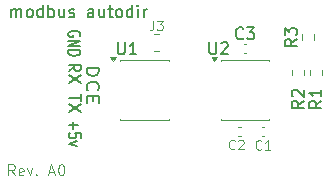
<source format=gbr>
%TF.GenerationSoftware,KiCad,Pcbnew,9.0.7*%
%TF.CreationDate,2026-01-31T03:08:44-08:00*%
%TF.ProjectId,autodir_sch,6175746f-6469-4725-9f73-63682e6b6963,A0*%
%TF.SameCoordinates,PX11a49a0PYbd83a0*%
%TF.FileFunction,Legend,Top*%
%TF.FilePolarity,Positive*%
%FSLAX46Y46*%
G04 Gerber Fmt 4.6, Leading zero omitted, Abs format (unit mm)*
G04 Created by KiCad (PCBNEW 9.0.7) date 2026-01-31 03:08:44*
%MOMM*%
%LPD*%
G01*
G04 APERTURE LIST*
%ADD10C,0.200000*%
%ADD11C,0.150000*%
%ADD12C,0.100000*%
%ADD13C,0.120000*%
G04 APERTURE END LIST*
D10*
X7603780Y-6138857D02*
X8603780Y-6138857D01*
X8603780Y-6138857D02*
X8603780Y-6424571D01*
X8603780Y-6424571D02*
X8556161Y-6596000D01*
X8556161Y-6596000D02*
X8460923Y-6710285D01*
X8460923Y-6710285D02*
X8365685Y-6767428D01*
X8365685Y-6767428D02*
X8175209Y-6824571D01*
X8175209Y-6824571D02*
X8032352Y-6824571D01*
X8032352Y-6824571D02*
X7841876Y-6767428D01*
X7841876Y-6767428D02*
X7746638Y-6710285D01*
X7746638Y-6710285D02*
X7651400Y-6596000D01*
X7651400Y-6596000D02*
X7603780Y-6424571D01*
X7603780Y-6424571D02*
X7603780Y-6138857D01*
X7699019Y-8024571D02*
X7651400Y-7967428D01*
X7651400Y-7967428D02*
X7603780Y-7796000D01*
X7603780Y-7796000D02*
X7603780Y-7681714D01*
X7603780Y-7681714D02*
X7651400Y-7510285D01*
X7651400Y-7510285D02*
X7746638Y-7396000D01*
X7746638Y-7396000D02*
X7841876Y-7338857D01*
X7841876Y-7338857D02*
X8032352Y-7281714D01*
X8032352Y-7281714D02*
X8175209Y-7281714D01*
X8175209Y-7281714D02*
X8365685Y-7338857D01*
X8365685Y-7338857D02*
X8460923Y-7396000D01*
X8460923Y-7396000D02*
X8556161Y-7510285D01*
X8556161Y-7510285D02*
X8603780Y-7681714D01*
X8603780Y-7681714D02*
X8603780Y-7796000D01*
X8603780Y-7796000D02*
X8556161Y-7967428D01*
X8556161Y-7967428D02*
X8508542Y-8024571D01*
X8127590Y-8538857D02*
X8127590Y-8938857D01*
X7603780Y-9110285D02*
X7603780Y-8538857D01*
X7603780Y-8538857D02*
X8603780Y-8538857D01*
X8603780Y-8538857D02*
X8603780Y-9110285D01*
D11*
X7077180Y-8358095D02*
X7077180Y-8929523D01*
X6077180Y-8643809D02*
X7077180Y-8643809D01*
X7077180Y-9167619D02*
X6077180Y-9834285D01*
X7077180Y-9834285D02*
X6077180Y-9167619D01*
X6077180Y-6413333D02*
X6553371Y-6080000D01*
X6077180Y-5841905D02*
X7077180Y-5841905D01*
X7077180Y-5841905D02*
X7077180Y-6222857D01*
X7077180Y-6222857D02*
X7029561Y-6318095D01*
X7029561Y-6318095D02*
X6981942Y-6365714D01*
X6981942Y-6365714D02*
X6886704Y-6413333D01*
X6886704Y-6413333D02*
X6743847Y-6413333D01*
X6743847Y-6413333D02*
X6648609Y-6365714D01*
X6648609Y-6365714D02*
X6600990Y-6318095D01*
X6600990Y-6318095D02*
X6553371Y-6222857D01*
X6553371Y-6222857D02*
X6553371Y-5841905D01*
X7077180Y-6746667D02*
X6077180Y-7413333D01*
X7077180Y-7413333D02*
X6077180Y-6746667D01*
X6458133Y-10669524D02*
X6458133Y-11279048D01*
X6077180Y-10974286D02*
X6839085Y-10974286D01*
X7077180Y-12040952D02*
X7077180Y-11660000D01*
X7077180Y-11660000D02*
X6600990Y-11621904D01*
X6600990Y-11621904D02*
X6648609Y-11660000D01*
X6648609Y-11660000D02*
X6696228Y-11736190D01*
X6696228Y-11736190D02*
X6696228Y-11926666D01*
X6696228Y-11926666D02*
X6648609Y-12002857D01*
X6648609Y-12002857D02*
X6600990Y-12040952D01*
X6600990Y-12040952D02*
X6505752Y-12079047D01*
X6505752Y-12079047D02*
X6267657Y-12079047D01*
X6267657Y-12079047D02*
X6172419Y-12040952D01*
X6172419Y-12040952D02*
X6124800Y-12002857D01*
X6124800Y-12002857D02*
X6077180Y-11926666D01*
X6077180Y-11926666D02*
X6077180Y-11736190D01*
X6077180Y-11736190D02*
X6124800Y-11660000D01*
X6124800Y-11660000D02*
X6172419Y-11621904D01*
X6743847Y-12345714D02*
X6077180Y-12536190D01*
X6077180Y-12536190D02*
X6743847Y-12726667D01*
X6997561Y-3430476D02*
X7045180Y-3354286D01*
X7045180Y-3354286D02*
X7045180Y-3240000D01*
X7045180Y-3240000D02*
X6997561Y-3125714D01*
X6997561Y-3125714D02*
X6902323Y-3049524D01*
X6902323Y-3049524D02*
X6807085Y-3011429D01*
X6807085Y-3011429D02*
X6616609Y-2973333D01*
X6616609Y-2973333D02*
X6473752Y-2973333D01*
X6473752Y-2973333D02*
X6283276Y-3011429D01*
X6283276Y-3011429D02*
X6188038Y-3049524D01*
X6188038Y-3049524D02*
X6092800Y-3125714D01*
X6092800Y-3125714D02*
X6045180Y-3240000D01*
X6045180Y-3240000D02*
X6045180Y-3316191D01*
X6045180Y-3316191D02*
X6092800Y-3430476D01*
X6092800Y-3430476D02*
X6140419Y-3468572D01*
X6140419Y-3468572D02*
X6473752Y-3468572D01*
X6473752Y-3468572D02*
X6473752Y-3316191D01*
X6045180Y-3811429D02*
X7045180Y-3811429D01*
X7045180Y-3811429D02*
X6045180Y-4268572D01*
X6045180Y-4268572D02*
X7045180Y-4268572D01*
X6045180Y-4649524D02*
X7045180Y-4649524D01*
X7045180Y-4649524D02*
X7045180Y-4840000D01*
X7045180Y-4840000D02*
X6997561Y-4954286D01*
X6997561Y-4954286D02*
X6902323Y-5030476D01*
X6902323Y-5030476D02*
X6807085Y-5068571D01*
X6807085Y-5068571D02*
X6616609Y-5106667D01*
X6616609Y-5106667D02*
X6473752Y-5106667D01*
X6473752Y-5106667D02*
X6283276Y-5068571D01*
X6283276Y-5068571D02*
X6188038Y-5030476D01*
X6188038Y-5030476D02*
X6092800Y-4954286D01*
X6092800Y-4954286D02*
X6045180Y-4840000D01*
X6045180Y-4840000D02*
X6045180Y-4649524D01*
D12*
X1484360Y-15202257D02*
X1184360Y-14773685D01*
X970074Y-15202257D02*
X970074Y-14302257D01*
X970074Y-14302257D02*
X1312931Y-14302257D01*
X1312931Y-14302257D02*
X1398646Y-14345114D01*
X1398646Y-14345114D02*
X1441503Y-14387971D01*
X1441503Y-14387971D02*
X1484360Y-14473685D01*
X1484360Y-14473685D02*
X1484360Y-14602257D01*
X1484360Y-14602257D02*
X1441503Y-14687971D01*
X1441503Y-14687971D02*
X1398646Y-14730828D01*
X1398646Y-14730828D02*
X1312931Y-14773685D01*
X1312931Y-14773685D02*
X970074Y-14773685D01*
X2212931Y-15159400D02*
X2127217Y-15202257D01*
X2127217Y-15202257D02*
X1955789Y-15202257D01*
X1955789Y-15202257D02*
X1870074Y-15159400D01*
X1870074Y-15159400D02*
X1827217Y-15073685D01*
X1827217Y-15073685D02*
X1827217Y-14730828D01*
X1827217Y-14730828D02*
X1870074Y-14645114D01*
X1870074Y-14645114D02*
X1955789Y-14602257D01*
X1955789Y-14602257D02*
X2127217Y-14602257D01*
X2127217Y-14602257D02*
X2212931Y-14645114D01*
X2212931Y-14645114D02*
X2255789Y-14730828D01*
X2255789Y-14730828D02*
X2255789Y-14816542D01*
X2255789Y-14816542D02*
X1827217Y-14902257D01*
X2555789Y-14602257D02*
X2770075Y-15202257D01*
X2770075Y-15202257D02*
X2984360Y-14602257D01*
X3327217Y-15116542D02*
X3370074Y-15159400D01*
X3370074Y-15159400D02*
X3327217Y-15202257D01*
X3327217Y-15202257D02*
X3284360Y-15159400D01*
X3284360Y-15159400D02*
X3327217Y-15116542D01*
X3327217Y-15116542D02*
X3327217Y-15202257D01*
X4398645Y-14945114D02*
X4827217Y-14945114D01*
X4312931Y-15202257D02*
X4612931Y-14302257D01*
X4612931Y-14302257D02*
X4912931Y-15202257D01*
X5384360Y-14302257D02*
X5470074Y-14302257D01*
X5470074Y-14302257D02*
X5555788Y-14345114D01*
X5555788Y-14345114D02*
X5598646Y-14387971D01*
X5598646Y-14387971D02*
X5641503Y-14473685D01*
X5641503Y-14473685D02*
X5684360Y-14645114D01*
X5684360Y-14645114D02*
X5684360Y-14859400D01*
X5684360Y-14859400D02*
X5641503Y-15030828D01*
X5641503Y-15030828D02*
X5598646Y-15116542D01*
X5598646Y-15116542D02*
X5555788Y-15159400D01*
X5555788Y-15159400D02*
X5470074Y-15202257D01*
X5470074Y-15202257D02*
X5384360Y-15202257D01*
X5384360Y-15202257D02*
X5298646Y-15159400D01*
X5298646Y-15159400D02*
X5255788Y-15116542D01*
X5255788Y-15116542D02*
X5212931Y-15030828D01*
X5212931Y-15030828D02*
X5170074Y-14859400D01*
X5170074Y-14859400D02*
X5170074Y-14645114D01*
X5170074Y-14645114D02*
X5212931Y-14473685D01*
X5212931Y-14473685D02*
X5255788Y-14387971D01*
X5255788Y-14387971D02*
X5298646Y-14345114D01*
X5298646Y-14345114D02*
X5384360Y-14302257D01*
D10*
X1212073Y-1824419D02*
X1212073Y-1157752D01*
X1212073Y-1252990D02*
X1259692Y-1205371D01*
X1259692Y-1205371D02*
X1354930Y-1157752D01*
X1354930Y-1157752D02*
X1497787Y-1157752D01*
X1497787Y-1157752D02*
X1593025Y-1205371D01*
X1593025Y-1205371D02*
X1640644Y-1300609D01*
X1640644Y-1300609D02*
X1640644Y-1824419D01*
X1640644Y-1300609D02*
X1688263Y-1205371D01*
X1688263Y-1205371D02*
X1783501Y-1157752D01*
X1783501Y-1157752D02*
X1926358Y-1157752D01*
X1926358Y-1157752D02*
X2021597Y-1205371D01*
X2021597Y-1205371D02*
X2069216Y-1300609D01*
X2069216Y-1300609D02*
X2069216Y-1824419D01*
X2688263Y-1824419D02*
X2593025Y-1776800D01*
X2593025Y-1776800D02*
X2545406Y-1729180D01*
X2545406Y-1729180D02*
X2497787Y-1633942D01*
X2497787Y-1633942D02*
X2497787Y-1348228D01*
X2497787Y-1348228D02*
X2545406Y-1252990D01*
X2545406Y-1252990D02*
X2593025Y-1205371D01*
X2593025Y-1205371D02*
X2688263Y-1157752D01*
X2688263Y-1157752D02*
X2831120Y-1157752D01*
X2831120Y-1157752D02*
X2926358Y-1205371D01*
X2926358Y-1205371D02*
X2973977Y-1252990D01*
X2973977Y-1252990D02*
X3021596Y-1348228D01*
X3021596Y-1348228D02*
X3021596Y-1633942D01*
X3021596Y-1633942D02*
X2973977Y-1729180D01*
X2973977Y-1729180D02*
X2926358Y-1776800D01*
X2926358Y-1776800D02*
X2831120Y-1824419D01*
X2831120Y-1824419D02*
X2688263Y-1824419D01*
X3878739Y-1824419D02*
X3878739Y-824419D01*
X3878739Y-1776800D02*
X3783501Y-1824419D01*
X3783501Y-1824419D02*
X3593025Y-1824419D01*
X3593025Y-1824419D02*
X3497787Y-1776800D01*
X3497787Y-1776800D02*
X3450168Y-1729180D01*
X3450168Y-1729180D02*
X3402549Y-1633942D01*
X3402549Y-1633942D02*
X3402549Y-1348228D01*
X3402549Y-1348228D02*
X3450168Y-1252990D01*
X3450168Y-1252990D02*
X3497787Y-1205371D01*
X3497787Y-1205371D02*
X3593025Y-1157752D01*
X3593025Y-1157752D02*
X3783501Y-1157752D01*
X3783501Y-1157752D02*
X3878739Y-1205371D01*
X4354930Y-1824419D02*
X4354930Y-824419D01*
X4354930Y-1205371D02*
X4450168Y-1157752D01*
X4450168Y-1157752D02*
X4640644Y-1157752D01*
X4640644Y-1157752D02*
X4735882Y-1205371D01*
X4735882Y-1205371D02*
X4783501Y-1252990D01*
X4783501Y-1252990D02*
X4831120Y-1348228D01*
X4831120Y-1348228D02*
X4831120Y-1633942D01*
X4831120Y-1633942D02*
X4783501Y-1729180D01*
X4783501Y-1729180D02*
X4735882Y-1776800D01*
X4735882Y-1776800D02*
X4640644Y-1824419D01*
X4640644Y-1824419D02*
X4450168Y-1824419D01*
X4450168Y-1824419D02*
X4354930Y-1776800D01*
X5688263Y-1157752D02*
X5688263Y-1824419D01*
X5259692Y-1157752D02*
X5259692Y-1681561D01*
X5259692Y-1681561D02*
X5307311Y-1776800D01*
X5307311Y-1776800D02*
X5402549Y-1824419D01*
X5402549Y-1824419D02*
X5545406Y-1824419D01*
X5545406Y-1824419D02*
X5640644Y-1776800D01*
X5640644Y-1776800D02*
X5688263Y-1729180D01*
X6116835Y-1776800D02*
X6212073Y-1824419D01*
X6212073Y-1824419D02*
X6402549Y-1824419D01*
X6402549Y-1824419D02*
X6497787Y-1776800D01*
X6497787Y-1776800D02*
X6545406Y-1681561D01*
X6545406Y-1681561D02*
X6545406Y-1633942D01*
X6545406Y-1633942D02*
X6497787Y-1538704D01*
X6497787Y-1538704D02*
X6402549Y-1491085D01*
X6402549Y-1491085D02*
X6259692Y-1491085D01*
X6259692Y-1491085D02*
X6164454Y-1443466D01*
X6164454Y-1443466D02*
X6116835Y-1348228D01*
X6116835Y-1348228D02*
X6116835Y-1300609D01*
X6116835Y-1300609D02*
X6164454Y-1205371D01*
X6164454Y-1205371D02*
X6259692Y-1157752D01*
X6259692Y-1157752D02*
X6402549Y-1157752D01*
X6402549Y-1157752D02*
X6497787Y-1205371D01*
X8164454Y-1824419D02*
X8164454Y-1300609D01*
X8164454Y-1300609D02*
X8116835Y-1205371D01*
X8116835Y-1205371D02*
X8021597Y-1157752D01*
X8021597Y-1157752D02*
X7831121Y-1157752D01*
X7831121Y-1157752D02*
X7735883Y-1205371D01*
X8164454Y-1776800D02*
X8069216Y-1824419D01*
X8069216Y-1824419D02*
X7831121Y-1824419D01*
X7831121Y-1824419D02*
X7735883Y-1776800D01*
X7735883Y-1776800D02*
X7688264Y-1681561D01*
X7688264Y-1681561D02*
X7688264Y-1586323D01*
X7688264Y-1586323D02*
X7735883Y-1491085D01*
X7735883Y-1491085D02*
X7831121Y-1443466D01*
X7831121Y-1443466D02*
X8069216Y-1443466D01*
X8069216Y-1443466D02*
X8164454Y-1395847D01*
X9069216Y-1157752D02*
X9069216Y-1824419D01*
X8640645Y-1157752D02*
X8640645Y-1681561D01*
X8640645Y-1681561D02*
X8688264Y-1776800D01*
X8688264Y-1776800D02*
X8783502Y-1824419D01*
X8783502Y-1824419D02*
X8926359Y-1824419D01*
X8926359Y-1824419D02*
X9021597Y-1776800D01*
X9021597Y-1776800D02*
X9069216Y-1729180D01*
X9402550Y-1157752D02*
X9783502Y-1157752D01*
X9545407Y-824419D02*
X9545407Y-1681561D01*
X9545407Y-1681561D02*
X9593026Y-1776800D01*
X9593026Y-1776800D02*
X9688264Y-1824419D01*
X9688264Y-1824419D02*
X9783502Y-1824419D01*
X10259693Y-1824419D02*
X10164455Y-1776800D01*
X10164455Y-1776800D02*
X10116836Y-1729180D01*
X10116836Y-1729180D02*
X10069217Y-1633942D01*
X10069217Y-1633942D02*
X10069217Y-1348228D01*
X10069217Y-1348228D02*
X10116836Y-1252990D01*
X10116836Y-1252990D02*
X10164455Y-1205371D01*
X10164455Y-1205371D02*
X10259693Y-1157752D01*
X10259693Y-1157752D02*
X10402550Y-1157752D01*
X10402550Y-1157752D02*
X10497788Y-1205371D01*
X10497788Y-1205371D02*
X10545407Y-1252990D01*
X10545407Y-1252990D02*
X10593026Y-1348228D01*
X10593026Y-1348228D02*
X10593026Y-1633942D01*
X10593026Y-1633942D02*
X10545407Y-1729180D01*
X10545407Y-1729180D02*
X10497788Y-1776800D01*
X10497788Y-1776800D02*
X10402550Y-1824419D01*
X10402550Y-1824419D02*
X10259693Y-1824419D01*
X11450169Y-1824419D02*
X11450169Y-824419D01*
X11450169Y-1776800D02*
X11354931Y-1824419D01*
X11354931Y-1824419D02*
X11164455Y-1824419D01*
X11164455Y-1824419D02*
X11069217Y-1776800D01*
X11069217Y-1776800D02*
X11021598Y-1729180D01*
X11021598Y-1729180D02*
X10973979Y-1633942D01*
X10973979Y-1633942D02*
X10973979Y-1348228D01*
X10973979Y-1348228D02*
X11021598Y-1252990D01*
X11021598Y-1252990D02*
X11069217Y-1205371D01*
X11069217Y-1205371D02*
X11164455Y-1157752D01*
X11164455Y-1157752D02*
X11354931Y-1157752D01*
X11354931Y-1157752D02*
X11450169Y-1205371D01*
X11926360Y-1824419D02*
X11926360Y-1157752D01*
X11926360Y-824419D02*
X11878741Y-872038D01*
X11878741Y-872038D02*
X11926360Y-919657D01*
X11926360Y-919657D02*
X11973979Y-872038D01*
X11973979Y-872038D02*
X11926360Y-824419D01*
X11926360Y-824419D02*
X11926360Y-919657D01*
X12402550Y-1824419D02*
X12402550Y-1157752D01*
X12402550Y-1348228D02*
X12450169Y-1252990D01*
X12450169Y-1252990D02*
X12497788Y-1205371D01*
X12497788Y-1205371D02*
X12593026Y-1157752D01*
X12593026Y-1157752D02*
X12688264Y-1157752D01*
D11*
X17988095Y-3953819D02*
X17988095Y-4763342D01*
X17988095Y-4763342D02*
X18035714Y-4858580D01*
X18035714Y-4858580D02*
X18083333Y-4906200D01*
X18083333Y-4906200D02*
X18178571Y-4953819D01*
X18178571Y-4953819D02*
X18369047Y-4953819D01*
X18369047Y-4953819D02*
X18464285Y-4906200D01*
X18464285Y-4906200D02*
X18511904Y-4858580D01*
X18511904Y-4858580D02*
X18559523Y-4763342D01*
X18559523Y-4763342D02*
X18559523Y-3953819D01*
X18988095Y-4049057D02*
X19035714Y-4001438D01*
X19035714Y-4001438D02*
X19130952Y-3953819D01*
X19130952Y-3953819D02*
X19369047Y-3953819D01*
X19369047Y-3953819D02*
X19464285Y-4001438D01*
X19464285Y-4001438D02*
X19511904Y-4049057D01*
X19511904Y-4049057D02*
X19559523Y-4144295D01*
X19559523Y-4144295D02*
X19559523Y-4239533D01*
X19559523Y-4239533D02*
X19511904Y-4382390D01*
X19511904Y-4382390D02*
X18940476Y-4953819D01*
X18940476Y-4953819D02*
X19559523Y-4953819D01*
D13*
X13224933Y-2130655D02*
X13224933Y-2702083D01*
X13224933Y-2702083D02*
X13186838Y-2816369D01*
X13186838Y-2816369D02*
X13110647Y-2892560D01*
X13110647Y-2892560D02*
X12996362Y-2930655D01*
X12996362Y-2930655D02*
X12920171Y-2930655D01*
X13529695Y-2130655D02*
X14024933Y-2130655D01*
X14024933Y-2130655D02*
X13758267Y-2435417D01*
X13758267Y-2435417D02*
X13872552Y-2435417D01*
X13872552Y-2435417D02*
X13948743Y-2473512D01*
X13948743Y-2473512D02*
X13986838Y-2511607D01*
X13986838Y-2511607D02*
X14024933Y-2587798D01*
X14024933Y-2587798D02*
X14024933Y-2778274D01*
X14024933Y-2778274D02*
X13986838Y-2854464D01*
X13986838Y-2854464D02*
X13948743Y-2892560D01*
X13948743Y-2892560D02*
X13872552Y-2930655D01*
X13872552Y-2930655D02*
X13643981Y-2930655D01*
X13643981Y-2930655D02*
X13567790Y-2892560D01*
X13567790Y-2892560D02*
X13529695Y-2854464D01*
D11*
X10238095Y-3953819D02*
X10238095Y-4763342D01*
X10238095Y-4763342D02*
X10285714Y-4858580D01*
X10285714Y-4858580D02*
X10333333Y-4906200D01*
X10333333Y-4906200D02*
X10428571Y-4953819D01*
X10428571Y-4953819D02*
X10619047Y-4953819D01*
X10619047Y-4953819D02*
X10714285Y-4906200D01*
X10714285Y-4906200D02*
X10761904Y-4858580D01*
X10761904Y-4858580D02*
X10809523Y-4763342D01*
X10809523Y-4763342D02*
X10809523Y-3953819D01*
X11809523Y-4953819D02*
X11238095Y-4953819D01*
X11523809Y-4953819D02*
X11523809Y-3953819D01*
X11523809Y-3953819D02*
X11428571Y-4096676D01*
X11428571Y-4096676D02*
X11333333Y-4191914D01*
X11333333Y-4191914D02*
X11238095Y-4239533D01*
D13*
X22386667Y-12963664D02*
X22348571Y-13001760D01*
X22348571Y-13001760D02*
X22234286Y-13039855D01*
X22234286Y-13039855D02*
X22158095Y-13039855D01*
X22158095Y-13039855D02*
X22043809Y-13001760D01*
X22043809Y-13001760D02*
X21967619Y-12925569D01*
X21967619Y-12925569D02*
X21929524Y-12849379D01*
X21929524Y-12849379D02*
X21891428Y-12696998D01*
X21891428Y-12696998D02*
X21891428Y-12582712D01*
X21891428Y-12582712D02*
X21929524Y-12430331D01*
X21929524Y-12430331D02*
X21967619Y-12354140D01*
X21967619Y-12354140D02*
X22043809Y-12277950D01*
X22043809Y-12277950D02*
X22158095Y-12239855D01*
X22158095Y-12239855D02*
X22234286Y-12239855D01*
X22234286Y-12239855D02*
X22348571Y-12277950D01*
X22348571Y-12277950D02*
X22386667Y-12316045D01*
X23148571Y-13039855D02*
X22691428Y-13039855D01*
X22920000Y-13039855D02*
X22920000Y-12239855D01*
X22920000Y-12239855D02*
X22843809Y-12354140D01*
X22843809Y-12354140D02*
X22767619Y-12430331D01*
X22767619Y-12430331D02*
X22691428Y-12468426D01*
D11*
X27454819Y-8915666D02*
X26978628Y-9248999D01*
X27454819Y-9487094D02*
X26454819Y-9487094D01*
X26454819Y-9487094D02*
X26454819Y-9106142D01*
X26454819Y-9106142D02*
X26502438Y-9010904D01*
X26502438Y-9010904D02*
X26550057Y-8963285D01*
X26550057Y-8963285D02*
X26645295Y-8915666D01*
X26645295Y-8915666D02*
X26788152Y-8915666D01*
X26788152Y-8915666D02*
X26883390Y-8963285D01*
X26883390Y-8963285D02*
X26931009Y-9010904D01*
X26931009Y-9010904D02*
X26978628Y-9106142D01*
X26978628Y-9106142D02*
X26978628Y-9487094D01*
X27454819Y-7963285D02*
X27454819Y-8534713D01*
X27454819Y-8248999D02*
X26454819Y-8248999D01*
X26454819Y-8248999D02*
X26597676Y-8344237D01*
X26597676Y-8344237D02*
X26692914Y-8439475D01*
X26692914Y-8439475D02*
X26740533Y-8534713D01*
X25368819Y-3698666D02*
X24892628Y-4031999D01*
X25368819Y-4270094D02*
X24368819Y-4270094D01*
X24368819Y-4270094D02*
X24368819Y-3889142D01*
X24368819Y-3889142D02*
X24416438Y-3793904D01*
X24416438Y-3793904D02*
X24464057Y-3746285D01*
X24464057Y-3746285D02*
X24559295Y-3698666D01*
X24559295Y-3698666D02*
X24702152Y-3698666D01*
X24702152Y-3698666D02*
X24797390Y-3746285D01*
X24797390Y-3746285D02*
X24845009Y-3793904D01*
X24845009Y-3793904D02*
X24892628Y-3889142D01*
X24892628Y-3889142D02*
X24892628Y-4270094D01*
X24368819Y-3365332D02*
X24368819Y-2746285D01*
X24368819Y-2746285D02*
X24749771Y-3079618D01*
X24749771Y-3079618D02*
X24749771Y-2936761D01*
X24749771Y-2936761D02*
X24797390Y-2841523D01*
X24797390Y-2841523D02*
X24845009Y-2793904D01*
X24845009Y-2793904D02*
X24940247Y-2746285D01*
X24940247Y-2746285D02*
X25178342Y-2746285D01*
X25178342Y-2746285D02*
X25273580Y-2793904D01*
X25273580Y-2793904D02*
X25321200Y-2841523D01*
X25321200Y-2841523D02*
X25368819Y-2936761D01*
X25368819Y-2936761D02*
X25368819Y-3222475D01*
X25368819Y-3222475D02*
X25321200Y-3317713D01*
X25321200Y-3317713D02*
X25273580Y-3365332D01*
X20833333Y-3608580D02*
X20785714Y-3656200D01*
X20785714Y-3656200D02*
X20642857Y-3703819D01*
X20642857Y-3703819D02*
X20547619Y-3703819D01*
X20547619Y-3703819D02*
X20404762Y-3656200D01*
X20404762Y-3656200D02*
X20309524Y-3560961D01*
X20309524Y-3560961D02*
X20261905Y-3465723D01*
X20261905Y-3465723D02*
X20214286Y-3275247D01*
X20214286Y-3275247D02*
X20214286Y-3132390D01*
X20214286Y-3132390D02*
X20261905Y-2941914D01*
X20261905Y-2941914D02*
X20309524Y-2846676D01*
X20309524Y-2846676D02*
X20404762Y-2751438D01*
X20404762Y-2751438D02*
X20547619Y-2703819D01*
X20547619Y-2703819D02*
X20642857Y-2703819D01*
X20642857Y-2703819D02*
X20785714Y-2751438D01*
X20785714Y-2751438D02*
X20833333Y-2799057D01*
X21166667Y-2703819D02*
X21785714Y-2703819D01*
X21785714Y-2703819D02*
X21452381Y-3084771D01*
X21452381Y-3084771D02*
X21595238Y-3084771D01*
X21595238Y-3084771D02*
X21690476Y-3132390D01*
X21690476Y-3132390D02*
X21738095Y-3180009D01*
X21738095Y-3180009D02*
X21785714Y-3275247D01*
X21785714Y-3275247D02*
X21785714Y-3513342D01*
X21785714Y-3513342D02*
X21738095Y-3608580D01*
X21738095Y-3608580D02*
X21690476Y-3656200D01*
X21690476Y-3656200D02*
X21595238Y-3703819D01*
X21595238Y-3703819D02*
X21309524Y-3703819D01*
X21309524Y-3703819D02*
X21214286Y-3656200D01*
X21214286Y-3656200D02*
X21166667Y-3608580D01*
X25954819Y-8915666D02*
X25478628Y-9248999D01*
X25954819Y-9487094D02*
X24954819Y-9487094D01*
X24954819Y-9487094D02*
X24954819Y-9106142D01*
X24954819Y-9106142D02*
X25002438Y-9010904D01*
X25002438Y-9010904D02*
X25050057Y-8963285D01*
X25050057Y-8963285D02*
X25145295Y-8915666D01*
X25145295Y-8915666D02*
X25288152Y-8915666D01*
X25288152Y-8915666D02*
X25383390Y-8963285D01*
X25383390Y-8963285D02*
X25431009Y-9010904D01*
X25431009Y-9010904D02*
X25478628Y-9106142D01*
X25478628Y-9106142D02*
X25478628Y-9487094D01*
X25050057Y-8534713D02*
X25002438Y-8487094D01*
X25002438Y-8487094D02*
X24954819Y-8391856D01*
X24954819Y-8391856D02*
X24954819Y-8153761D01*
X24954819Y-8153761D02*
X25002438Y-8058523D01*
X25002438Y-8058523D02*
X25050057Y-8010904D01*
X25050057Y-8010904D02*
X25145295Y-7963285D01*
X25145295Y-7963285D02*
X25240533Y-7963285D01*
X25240533Y-7963285D02*
X25383390Y-8010904D01*
X25383390Y-8010904D02*
X25954819Y-8582332D01*
X25954819Y-8582332D02*
X25954819Y-7963285D01*
D13*
X20116667Y-12946664D02*
X20078571Y-12984760D01*
X20078571Y-12984760D02*
X19964286Y-13022855D01*
X19964286Y-13022855D02*
X19888095Y-13022855D01*
X19888095Y-13022855D02*
X19773809Y-12984760D01*
X19773809Y-12984760D02*
X19697619Y-12908569D01*
X19697619Y-12908569D02*
X19659524Y-12832379D01*
X19659524Y-12832379D02*
X19621428Y-12679998D01*
X19621428Y-12679998D02*
X19621428Y-12565712D01*
X19621428Y-12565712D02*
X19659524Y-12413331D01*
X19659524Y-12413331D02*
X19697619Y-12337140D01*
X19697619Y-12337140D02*
X19773809Y-12260950D01*
X19773809Y-12260950D02*
X19888095Y-12222855D01*
X19888095Y-12222855D02*
X19964286Y-12222855D01*
X19964286Y-12222855D02*
X20078571Y-12260950D01*
X20078571Y-12260950D02*
X20116667Y-12299045D01*
X20421428Y-12299045D02*
X20459524Y-12260950D01*
X20459524Y-12260950D02*
X20535714Y-12222855D01*
X20535714Y-12222855D02*
X20726190Y-12222855D01*
X20726190Y-12222855D02*
X20802381Y-12260950D01*
X20802381Y-12260950D02*
X20840476Y-12299045D01*
X20840476Y-12299045D02*
X20878571Y-12375236D01*
X20878571Y-12375236D02*
X20878571Y-12451426D01*
X20878571Y-12451426D02*
X20840476Y-12565712D01*
X20840476Y-12565712D02*
X20383333Y-13022855D01*
X20383333Y-13022855D02*
X20878571Y-13022855D01*
%TO.C,U2*%
X18940000Y-5440000D02*
X23060000Y-5440000D01*
X18940000Y-5535000D02*
X18940000Y-5440000D01*
X18940000Y-10560000D02*
X18940000Y-10465000D01*
X23060000Y-5440000D02*
X23060000Y-5535000D01*
X23060000Y-10465000D02*
X23060000Y-10560000D01*
X23060000Y-10560000D02*
X18940000Y-10560000D01*
X18400000Y-5530000D02*
X18160000Y-5200000D01*
X18640000Y-5200000D01*
X18400000Y-5530000D01*
G36*
X18400000Y-5530000D02*
G01*
X18160000Y-5200000D01*
X18640000Y-5200000D01*
X18400000Y-5530000D01*
G37*
%TO.C,J3*%
X13272936Y-3265000D02*
X13727064Y-3265000D01*
X13272936Y-4735000D02*
X13727064Y-4735000D01*
%TO.C,U1*%
X10440000Y-5440000D02*
X14560000Y-5440000D01*
X10440000Y-5560000D02*
X10440000Y-5440000D01*
X10440000Y-10560000D02*
X10440000Y-10440000D01*
X14560000Y-5440000D02*
X14560000Y-5560000D01*
X14560000Y-10440000D02*
X14560000Y-10560000D01*
X14560000Y-10560000D02*
X10440000Y-10560000D01*
X9840000Y-5550000D02*
X9600000Y-5220000D01*
X10080000Y-5220000D01*
X9840000Y-5550000D01*
G36*
X9840000Y-5550000D02*
G01*
X9600000Y-5220000D01*
X10080000Y-5220000D01*
X9840000Y-5550000D01*
G37*
%TO.C,C1*%
X22412164Y-11140000D02*
X22627836Y-11140000D01*
X22412164Y-11860000D02*
X22627836Y-11860000D01*
%TO.C,R1*%
X26477500Y-6736258D02*
X26477500Y-6261742D01*
X27522500Y-6736258D02*
X27522500Y-6261742D01*
%TO.C,R3*%
X25821500Y-3769258D02*
X25821500Y-3294742D01*
X26866500Y-3769258D02*
X26866500Y-3294742D01*
%TO.C,C3*%
X21107836Y-4139000D02*
X20892164Y-4139000D01*
X21107836Y-4859000D02*
X20892164Y-4859000D01*
%TO.C,R2*%
X24977500Y-6261742D02*
X24977500Y-6736258D01*
X26022500Y-6261742D02*
X26022500Y-6736258D01*
%TO.C,C2*%
X20627836Y-11139000D02*
X20412164Y-11139000D01*
X20627836Y-11859000D02*
X20412164Y-11859000D01*
%TD*%
M02*

</source>
